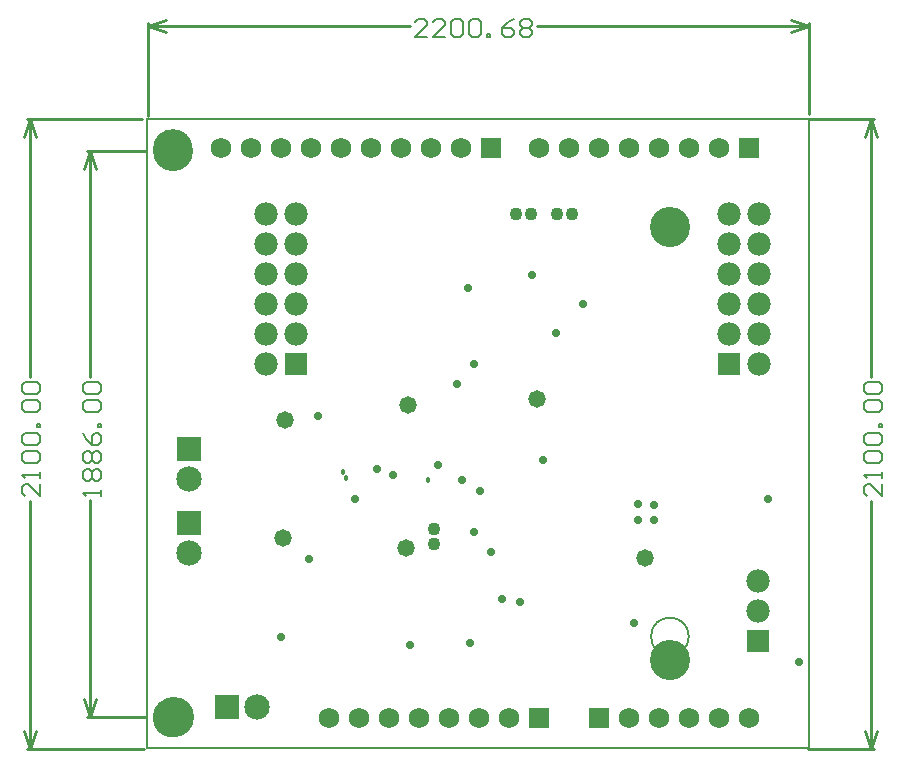
<source format=gbs>
G04*
G04 #@! TF.GenerationSoftware,Altium Limited,DefaultClient, ()*
G04*
G04 Layer_Color=16711935*
%FSLAX44Y44*%
%MOMM*%
G71*
G04*
G04 #@! TF.SameCoordinates,C0C1BE24-F48D-404B-966D-32A33A0CC593*
G04*
G04*
G04 #@! TF.FilePolarity,Negative*
G04*
G01*
G75*
%ADD15C,0.2540*%
%ADD18C,0.1524*%
%ADD19C,0.1270*%
%ADD67R,2.1532X2.1532*%
%ADD68R,1.7272X1.7272*%
%ADD69C,1.7272*%
%ADD70C,1.0922*%
%ADD71C,2.1532*%
%ADD72R,2.1532X2.1532*%
%ADD73C,1.9812*%
%ADD74R,1.9812X1.9812*%
%ADD75C,3.4032*%
%ADD76C,0.4572*%
%ADD77C,1.4732*%
%ADD78C,0.7112*%
D15*
X584870Y-492414D02*
X589950Y-507654D01*
X595030Y-492414D01*
X589950Y25746D02*
X595030Y10506D01*
X584870D02*
X589950Y25746D01*
Y-507654D02*
Y-297326D01*
Y-192710D02*
Y25746D01*
X536864Y-507654D02*
X592490D01*
X538388Y25746D02*
X592490D01*
X-21682Y104738D02*
X-6442Y109817D01*
X-21682Y104738D02*
X-6442Y99657D01*
X522050D02*
X537290Y104738D01*
X522050Y109817D02*
X537290Y104738D01*
X-21682D02*
X200162D01*
X307318D02*
X537290D01*
X-21682Y28286D02*
Y107277D01*
X537290Y29678D02*
Y107277D01*
X-75946Y-465074D02*
X-70866Y-480314D01*
X-65786Y-465074D01*
X-70866Y-1270D02*
X-65786Y-16510D01*
X-75946D02*
X-70866Y-1270D01*
Y-480314D02*
Y-297164D01*
Y-192548D02*
Y-1270D01*
X-73406Y-480314D02*
X-23620D01*
X-73406Y-1270D02*
X-24382D01*
X-127254Y-492506D02*
X-122174Y-507746D01*
X-117094Y-492506D01*
X-122174Y25654D02*
X-117094Y10414D01*
X-127254D02*
X-122174Y25654D01*
Y-507746D02*
Y-297418D01*
Y-192802D02*
Y25654D01*
X-124714Y-507746D02*
X-25400D01*
X-124714Y25654D02*
X-27178D01*
D18*
X599091Y-283106D02*
Y-293262D01*
X588935Y-283106D01*
X586396D01*
X583857Y-285645D01*
Y-290723D01*
X586396Y-293262D01*
X599091Y-278027D02*
Y-272949D01*
Y-275488D01*
X583857D01*
X586396Y-278027D01*
Y-265331D02*
X583857Y-262792D01*
Y-257714D01*
X586396Y-255175D01*
X596552D01*
X599091Y-257714D01*
Y-262792D01*
X596552Y-265331D01*
X586396D01*
Y-250096D02*
X583857Y-247557D01*
Y-242479D01*
X586396Y-239940D01*
X596552D01*
X599091Y-242479D01*
Y-247557D01*
X596552Y-250096D01*
X586396D01*
X599091Y-234861D02*
X596552D01*
Y-232322D01*
X599091D01*
Y-234861D01*
X586396Y-222165D02*
X583857Y-219626D01*
Y-214548D01*
X586396Y-212009D01*
X596552D01*
X599091Y-214548D01*
Y-219626D01*
X596552Y-222165D01*
X586396D01*
Y-206930D02*
X583857Y-204391D01*
Y-199313D01*
X586396Y-196774D01*
X596552D01*
X599091Y-199313D01*
Y-204391D01*
X596552Y-206930D01*
X586396D01*
X214382Y95596D02*
X204226D01*
X214382Y105753D01*
Y108292D01*
X211843Y110831D01*
X206765D01*
X204226Y108292D01*
X229618Y95596D02*
X219461D01*
X229618Y105753D01*
Y108292D01*
X227078Y110831D01*
X222000D01*
X219461Y108292D01*
X234696D02*
X237235Y110831D01*
X242313D01*
X244853Y108292D01*
Y98135D01*
X242313Y95596D01*
X237235D01*
X234696Y98135D01*
Y108292D01*
X249931D02*
X252470Y110831D01*
X257549D01*
X260088Y108292D01*
Y98135D01*
X257549Y95596D01*
X252470D01*
X249931Y98135D01*
Y108292D01*
X265166Y95596D02*
Y98135D01*
X267705D01*
Y95596D01*
X265166D01*
X288019Y110831D02*
X282940Y108292D01*
X277862Y103214D01*
Y98135D01*
X280401Y95596D01*
X285480D01*
X288019Y98135D01*
Y100674D01*
X285480Y103214D01*
X277862D01*
X293097Y108292D02*
X295636Y110831D01*
X300715D01*
X303254Y108292D01*
Y105753D01*
X300715Y103214D01*
X303254Y100674D01*
Y98135D01*
X300715Y95596D01*
X295636D01*
X293097Y98135D01*
Y100674D01*
X295636Y103214D01*
X293097Y105753D01*
Y108292D01*
X295636Y103214D02*
X300715D01*
X-61725Y-293100D02*
Y-288022D01*
Y-290561D01*
X-76960D01*
X-74420Y-293100D01*
Y-280404D02*
X-76960Y-277865D01*
Y-272787D01*
X-74420Y-270248D01*
X-71881D01*
X-69342Y-272787D01*
X-66803Y-270248D01*
X-64264D01*
X-61725Y-272787D01*
Y-277865D01*
X-64264Y-280404D01*
X-66803D01*
X-69342Y-277865D01*
X-71881Y-280404D01*
X-74420D01*
X-69342Y-277865D02*
Y-272787D01*
X-74420Y-265169D02*
X-76960Y-262630D01*
Y-257552D01*
X-74420Y-255013D01*
X-71881D01*
X-69342Y-257552D01*
X-66803Y-255013D01*
X-64264D01*
X-61725Y-257552D01*
Y-262630D01*
X-64264Y-265169D01*
X-66803D01*
X-69342Y-262630D01*
X-71881Y-265169D01*
X-74420D01*
X-69342Y-262630D02*
Y-257552D01*
X-76960Y-239778D02*
X-74420Y-244856D01*
X-69342Y-249934D01*
X-64264D01*
X-61725Y-247395D01*
Y-242317D01*
X-64264Y-239778D01*
X-66803D01*
X-69342Y-242317D01*
Y-249934D01*
X-61725Y-234699D02*
X-64264D01*
Y-232160D01*
X-61725D01*
Y-234699D01*
X-74420Y-222003D02*
X-76960Y-219464D01*
Y-214386D01*
X-74420Y-211847D01*
X-64264D01*
X-61725Y-214386D01*
Y-219464D01*
X-64264Y-222003D01*
X-74420D01*
Y-206768D02*
X-76960Y-204229D01*
Y-199151D01*
X-74420Y-196612D01*
X-64264D01*
X-61725Y-199151D01*
Y-204229D01*
X-64264Y-206768D01*
X-74420D01*
X-113033Y-283198D02*
Y-293354D01*
X-123189Y-283198D01*
X-125728D01*
X-128267Y-285737D01*
Y-290815D01*
X-125728Y-293354D01*
X-113033Y-278119D02*
Y-273041D01*
Y-275580D01*
X-128267D01*
X-125728Y-278119D01*
Y-265423D02*
X-128267Y-262884D01*
Y-257806D01*
X-125728Y-255267D01*
X-115572D01*
X-113033Y-257806D01*
Y-262884D01*
X-115572Y-265423D01*
X-125728D01*
Y-250188D02*
X-128267Y-247649D01*
Y-242571D01*
X-125728Y-240032D01*
X-115572D01*
X-113033Y-242571D01*
Y-247649D01*
X-115572Y-250188D01*
X-125728D01*
X-113033Y-234953D02*
X-115572D01*
Y-232414D01*
X-113033D01*
Y-234953D01*
X-125728Y-222257D02*
X-128267Y-219718D01*
Y-214640D01*
X-125728Y-212101D01*
X-115572D01*
X-113033Y-214640D01*
Y-219718D01*
X-115572Y-222257D01*
X-125728D01*
Y-207022D02*
X-128267Y-204483D01*
Y-199405D01*
X-125728Y-196866D01*
X-115572D01*
X-113033Y-199405D01*
Y-204483D01*
X-115572Y-207022D01*
X-125728D01*
D19*
X14797Y-480989D02*
G03*
X14797Y-480989I-15999J0D01*
G01*
X15051Y341D02*
G03*
X15051Y341I-15999J0D01*
G01*
X435929Y-65699D02*
G03*
X435929Y-65699I-15999J0D01*
G01*
Y-412409D02*
G03*
X435929Y-412409I-15999J0D01*
G01*
X-22790Y-506897D02*
Y26503D01*
X537290Y-125897D02*
Y26503D01*
Y-506897D02*
Y-125897D01*
X-21680Y26000D02*
X538400D01*
X-22790Y-506897D02*
X537290D01*
D67*
X12606Y-254005D02*
D03*
X12352Y-315847D02*
D03*
D68*
X268050Y1103D02*
D03*
X359490Y-481497D02*
D03*
X486490Y1103D02*
D03*
X308690Y-481497D02*
D03*
D69*
X242650Y1103D02*
D03*
X217250D02*
D03*
X191850D02*
D03*
X166450D02*
D03*
X141050D02*
D03*
X115650D02*
D03*
X90250D02*
D03*
X64850D02*
D03*
X384890Y-481497D02*
D03*
X410290D02*
D03*
X435690D02*
D03*
X461090D02*
D03*
X486490D02*
D03*
X39450Y1103D02*
D03*
X410290D02*
D03*
X308690D02*
D03*
X461090D02*
D03*
X435690D02*
D03*
X334090D02*
D03*
X359490D02*
D03*
X384890D02*
D03*
X130890Y-481497D02*
D03*
X283290D02*
D03*
X156290D02*
D03*
X181690D02*
D03*
X257890D02*
D03*
X232490D02*
D03*
X207090D02*
D03*
D70*
X220358Y-334455D02*
D03*
Y-321755D02*
D03*
X302634Y-54880D02*
D03*
X289934D02*
D03*
X336964D02*
D03*
X324264D02*
D03*
D71*
X12352Y-341247D02*
D03*
X12606Y-279405D02*
D03*
X70364Y-471683D02*
D03*
D72*
X44964D02*
D03*
D73*
X495368Y-54777D02*
D03*
Y-80177D02*
D03*
Y-105577D02*
D03*
Y-130977D02*
D03*
Y-156377D02*
D03*
Y-181777D02*
D03*
X469968Y-54777D02*
D03*
Y-80177D02*
D03*
Y-105577D02*
D03*
Y-130977D02*
D03*
Y-156377D02*
D03*
X102950D02*
D03*
Y-130977D02*
D03*
Y-105577D02*
D03*
Y-80177D02*
D03*
Y-54777D02*
D03*
X77550Y-181777D02*
D03*
Y-156377D02*
D03*
Y-130977D02*
D03*
Y-105577D02*
D03*
Y-80177D02*
D03*
Y-54777D02*
D03*
X494444Y-391165D02*
D03*
Y-365765D02*
D03*
D74*
X469968Y-181777D02*
D03*
X102950D02*
D03*
X494444Y-416565D02*
D03*
D75*
X419930Y-432567D02*
D03*
X419930Y-65699D02*
D03*
X-762Y-1270D02*
D03*
X0Y-480314D02*
D03*
D76*
X142923Y-272796D02*
D03*
X145288Y-277876D02*
D03*
X215358Y-280037D02*
D03*
D77*
X307245Y-211074D02*
D03*
X92298Y-328656D02*
D03*
X398606Y-346138D02*
D03*
X196836Y-337518D02*
D03*
X197836Y-216662D02*
D03*
X94060Y-229380D02*
D03*
D78*
X406595Y-313408D02*
D03*
X406146Y-300695D02*
D03*
X393145Y-313478D02*
D03*
Y-300228D02*
D03*
X254414Y-324202D02*
D03*
X185166Y-275340D02*
D03*
X223812Y-267007D02*
D03*
X277528Y-380232D02*
D03*
X268384Y-340619D02*
D03*
X389542Y-400563D02*
D03*
X293276Y-382783D02*
D03*
X250858Y-418213D02*
D03*
X239494Y-198277D02*
D03*
X258748Y-289041D02*
D03*
X244295Y-279583D02*
D03*
X153362Y-295611D02*
D03*
X172358Y-270878D02*
D03*
X90330Y-412879D02*
D03*
X199898Y-419969D02*
D03*
X114460Y-346461D02*
D03*
X121980Y-225557D02*
D03*
X323248Y-155199D02*
D03*
X303062Y-105923D02*
D03*
X248826Y-117607D02*
D03*
X346290Y-130561D02*
D03*
X312834Y-263149D02*
D03*
X254414Y-181615D02*
D03*
X528988Y-434345D02*
D03*
X503254Y-295948D02*
D03*
M02*

</source>
